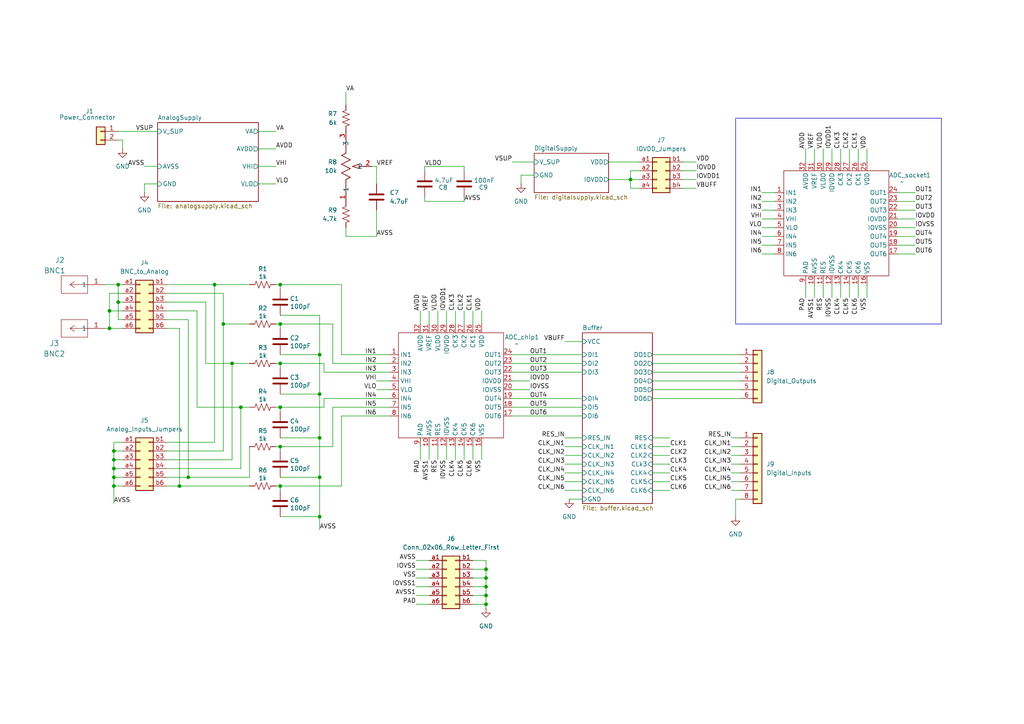
<source format=kicad_sch>
(kicad_sch (version 20231120) (generator "eeschema") (generator_version "8.0")
  (paper "A4")
  (lib_symbols
    (symbol "Connector_Generic:Conn_01x02" (pin_names (offset 1.016) hide)
      (property "Reference" "J" (at 0 2.54 0))
      (property "Value" "Conn_01x02" (at 0 -5.08 0))
      (symbol "Conn_01x02_1_1"
        (rectangle (start -1.27 -2.413) (end 0 -2.667) (stroke (width 0.1524)))
        (rectangle (start -1.27 0.127) (end 0 -0.127) (stroke (width 0.1524)))
        (rectangle (start -1.27 1.27) (end 1.27 -3.81) (stroke (width 0.254)) (fill (type background)))
        (pin passive line (at -5.08 0 0) (length 3.81) (name "Pin_1") (number "1"))
        (pin passive line (at -5.08 -2.54 0) (length 3.81) (name "Pin_2") (number "2"))
      )
    )
    (symbol "Connector_Generic:Conn_01x06" (pin_names (offset 1.016) hide)
      (property "Reference" "J" (at 0 7.62 0))
      (property "Value" "Conn_01x06" (at 0 -10.16 0))
      (symbol "Conn_01x06_1_1"
        (rectangle (start -1.27 -7.493) (end 0 -7.747) (stroke (width 0.1524)))
        (rectangle (start -1.27 -4.953) (end 0 -5.207) (stroke (width 0.1524)))
        (rectangle (start -1.27 -2.413) (end 0 -2.667) (stroke (width 0.1524)))
        (rectangle (start -1.27 0.127) (end 0 -0.127) (stroke (width 0.1524)))
        (rectangle (start -1.27 2.667) (end 0 2.413) (stroke (width 0.1524)))
        (rectangle (start -1.27 5.207) (end 0 4.953) (stroke (width 0.1524)))
        (rectangle (start -1.27 6.35) (end 1.27 -8.89) (stroke (width 0.254)) (fill (type background)))
        (pin passive line (at -5.08 5.08 0) (length 3.81) (name "Pin_1") (number "1"))
        (pin passive line (at -5.08 2.54 0) (length 3.81) (name "Pin_2") (number "2"))
        (pin passive line (at -5.08 0 0) (length 3.81) (name "Pin_3") (number "3"))
        (pin passive line (at -5.08 -2.54 0) (length 3.81) (name "Pin_4") (number "4"))
        (pin passive line (at -5.08 -5.08 0) (length 3.81) (name "Pin_5") (number "5"))
        (pin passive line (at -5.08 -7.62 0) (length 3.81) (name "Pin_6") (number "6"))
      )
    )
    (symbol "Connector_Generic:Conn_01x08" (pin_names (offset 1.016) hide)
      (property "Reference" "J" (at 0 10.16 0))
      (property "Value" "Conn_01x08" (at 0 -12.7 0))
      (symbol "Conn_01x08_1_1"
        (rectangle (start -1.27 -10.033) (end 0 -10.287) (stroke (width 0.1524)))
        (rectangle (start -1.27 -7.493) (end 0 -7.747) (stroke (width 0.1524)))
        (rectangle (start -1.27 -4.953) (end 0 -5.207) (stroke (width 0.1524)))
        (rectangle (start -1.27 -2.413) (end 0 -2.667) (stroke (width 0.1524)))
        (rectangle (start -1.27 0.127) (end 0 -0.127) (stroke (width 0.1524)))
        (rectangle (start -1.27 2.667) (end 0 2.413) (stroke (width 0.1524)))
        (rectangle (start -1.27 5.207) (end 0 4.953) (stroke (width 0.1524)))
        (rectangle (start -1.27 7.747) (end 0 7.493) (stroke (width 0.1524)))
        (rectangle (start -1.27 8.89) (end 1.27 -11.43) (stroke (width 0.254)) (fill (type background)))
        (pin passive line (at -5.08 7.62 0) (length 3.81) (name "Pin_1") (number "1"))
        (pin passive line (at -5.08 5.08 0) (length 3.81) (name "Pin_2") (number "2"))
        (pin passive line (at -5.08 2.54 0) (length 3.81) (name "Pin_3") (number "3"))
        (pin passive line (at -5.08 0 0) (length 3.81) (name "Pin_4") (number "4"))
        (pin passive line (at -5.08 -2.54 0) (length 3.81) (name "Pin_5") (number "5"))
        (pin passive line (at -5.08 -5.08 0) (length 3.81) (name "Pin_6") (number "6"))
        (pin passive line (at -5.08 -7.62 0) (length 3.81) (name "Pin_7") (number "7"))
        (pin passive line (at -5.08 -10.16 0) (length 3.81) (name "Pin_8") (number "8"))
      )
    )
    (symbol "Connector_Generic:Conn_02x04_Row_Letter_First" (pin_names (offset 1.016) hide)
      (property "Reference" "J" (at 1.27 5.08 0))
      (property "Value" "Conn_02x04_Row_Letter_First" (at 1.27 -7.62 0))
      (symbol "Conn_02x04_Row_Letter_First_1_1"
        (rectangle (start -1.27 -4.953) (end 0 -5.207) (stroke (width 0.1524)))
        (rectangle (start -1.27 -2.413) (end 0 -2.667) (stroke (width 0.1524)))
        (rectangle (start -1.27 0.127) (end 0 -0.127) (stroke (width 0.1524)))
        (rectangle (start -1.27 2.667) (end 0 2.413) (stroke (width 0.1524)))
        (rectangle (start -1.27 3.81) (end 3.81 -6.35) (stroke (width 0.254)) (fill (type background)))
        (rectangle (start 3.81 -4.953) (end 2.54 -5.207) (stroke (width 0.1524)))
        (rectangle (start 3.81 -2.413) (end 2.54 -2.667) (stroke (width 0.1524)))
        (rectangle (start 3.81 0.127) (end 2.54 -0.127) (stroke (width 0.1524)))
        (rectangle (start 3.81 2.667) (end 2.54 2.413) (stroke (width 0.1524)))
        (pin passive line (at -5.08 2.54 0) (length 3.81) (name "Pin_a1") (number "a1"))
        (pin passive line (at -5.08 0 0) (length 3.81) (name "Pin_a2") (number "a2"))
        (pin passive line (at -5.08 -2.54 0) (length 3.81) (name "Pin_a3") (number "a3"))
        (pin passive line (at -5.08 -5.08 0) (length 3.81) (name "Pin_a4") (number "a4"))
        (pin passive line (at 7.62 2.54 180) (length 3.81) (name "Pin_b1") (number "b1"))
        (pin passive line (at 7.62 0 180) (length 3.81) (name "Pin_b2") (number "b2"))
        (pin passive line (at 7.62 -2.54 180) (length 3.81) (name "Pin_b3") (number "b3"))
        (pin passive line (at 7.62 -5.08 180) (length 3.81) (name "Pin_b4") (number "b4"))
      )
    )
    (symbol "Connector_Generic:Conn_02x06_Row_Letter_First" (pin_names (offset 1.016) hide)
      (property "Reference" "J" (at 1.27 7.62 0))
      (property "Value" "Conn_02x06_Row_Letter_First" (at 1.27 -10.16 0))
      (symbol "Conn_02x06_Row_Letter_First_1_1"
        (rectangle (start -1.27 -7.493) (end 0 -7.747) (stroke (width 0.1524)))
        (rectangle (start -1.27 -4.953) (end 0 -5.207) (stroke (width 0.1524)))
        (rectangle (start -1.27 -2.413) (end 0 -2.667) (stroke (width 0.1524)))
        (rectangle (start -1.27 0.127) (end 0 -0.127) (stroke (width 0.1524)))
        (rectangle (start -1.27 2.667) (end 0 2.413) (stroke (width 0.1524)))
        (rectangle (start -1.27 5.207) (end 0 4.953) (stroke (width 0.1524)))
        (rectangle (start -1.27 6.35) (end 3.81 -8.89) (stroke (width 0.254)) (fill (type background)))
        (rectangle (start 3.81 -7.493) (end 2.54 -7.747) (stroke (width 0.1524)))
        (rectangle (start 3.81 -4.953) (end 2.54 -5.207) (stroke (width 0.1524)))
        (rectangle (start 3.81 -2.413) (end 2.54 -2.667) (stroke (width 0.1524)))
        (rectangle (start 3.81 0.127) (end 2.54 -0.127) (stroke (width 0.1524)))
        (rectangle (start 3.81 2.667) (end 2.54 2.413) (stroke (width 0.1524)))
        (rectangle (start 3.81 5.207) (end 2.54 4.953) (stroke (width 0.1524)))
        (pin passive line (at -5.08 5.08 0) (length 3.81) (name "Pin_a1") (number "a1"))
        (pin passive line (at -5.08 2.54 0) (length 3.81) (name "Pin_a2") (number "a2"))
        (pin passive line (at -5.08 0 0) (length 3.81) (name "Pin_a3") (number "a3"))
        (pin passive line (at -5.08 -2.54 0) (length 3.81) (name "Pin_a4") (number "a4"))
        (pin passive line (at -5.08 -5.08 0) (length 3.81) (name "Pin_a5") (number "a5"))
        (pin passive line (at -5.08 -7.62 0) (length 3.81) (name "Pin_a6") (number "a6"))
        (pin passive line (at 7.62 5.08 180) (length 3.81) (name "Pin_b1") (number "b1"))
        (pin passive line (at 7.62 2.54 180) (length 3.81) (name "Pin_b2") (number "b2"))
        (pin passive line (at 7.62 0 180) (length 3.81) (name "Pin_b3") (number "b3"))
        (pin passive line (at 7.62 -2.54 180) (length 3.81) (name "Pin_b4") (number "b4"))
        (pin passive line (at 7.62 -5.08 180) (length 3.81) (name "Pin_b5") (number "b5"))
        (pin passive line (at 7.62 -7.62 180) (length 3.81) (name "Pin_b6") (number "b6"))
      )
    )
    (symbol "Device:C" (pin_numbers hide) (pin_names (offset 0.254))
      (property "Reference" "C" (at 0.635 2.54 0))
      (property "Value" "C" (at 0.635 -2.54 0))
      (symbol "C_0_1"
        (polyline (pts (xy -2.032 -0.762) (xy 2.032 -0.762)) (stroke (width 0.508)))
        (polyline (pts (xy -2.032 0.762) (xy 2.032 0.762)) (stroke (width 0.508)))
      )
      (symbol "C_1_1"
        (pin passive line (at 0 3.81 270) (length 2.794) (name "~") (number "1"))
        (pin passive line (at 0 -3.81 90) (length 2.794) (name "~") (number "2"))
      )
    )
    (symbol "Device:R_US" (pin_numbers hide) (pin_names (offset 0))
      (property "Reference" "R" (at 2.54 0 90))
      (property "Value" "R_US" (at -2.54 0 90))
      (symbol "R_US_0_1"
        (polyline (pts (xy 0 -2.286) (xy 0 -2.54)))
        (polyline (pts (xy 0 2.286) (xy 0 2.54)))
        (polyline (pts (xy 0 -0.762) (xy 1.016 -1.143) (xy 0 -1.524) (xy -1.016 -1.905) (xy 0 -2.286)))
        (polyline (pts (xy 0 0.762) (xy 1.016 0.381) (xy 0 0) (xy -1.016 -0.381) (xy 0 -0.762)))
        (polyline (pts (xy 0 2.286) (xy 1.016 1.905) (xy 0 1.524) (xy -1.016 1.143) (xy 0 0.762)))
      )
      (symbol "R_US_1_1"
        (pin passive line (at 0 3.81 270) (length 1.27) (name "~") (number "1"))
        (pin passive line (at 0 -3.81 90) (length 1.27) (name "~") (number "2"))
      )
    )
    (symbol "bnc_mini:1274571-1" (pin_names (offset 0.254))
      (property "Reference" "J" (at 8.89 6.35 0))
      (property "Value" "1274571-1" (at 0 0 0))
      (symbol "1274571-1_1_1"
        (polyline (pts (xy 5.08 -2.54) (xy 12.7 -2.54)) (stroke (width 0.127)))
        (polyline (pts (xy 5.08 2.54) (xy 5.08 -2.54)) (stroke (width 0.127)))
        (polyline (pts (xy 10.16 0) (xy 5.08 0)) (stroke (width 0.127)))
        (polyline (pts (xy 10.16 0) (xy 8.89 -0.8467)) (stroke (width 0.127)))
        (polyline (pts (xy 10.16 0) (xy 8.89 0.8467)) (stroke (width 0.127)))
        (polyline (pts (xy 12.7 -2.54) (xy 12.7 2.54)) (stroke (width 0.127)))
        (polyline (pts (xy 12.7 2.54) (xy 5.08 2.54)) (stroke (width 0.127)))
        (pin unspecified line (at 0 0 0) (length 5.08) (name "1") (number "1"))
      )
    )
    (symbol "chip:Chip"
      (property "Reference" "Chip" (at 0 0 0))
      (symbol "Chip_0_1"
        (rectangle (start -15.24 15.24) (end 15.24 -15.24))
      )
      (symbol "Chip_1_1"
        (pin input line (at -17.78 8.89 0) (length 2.54) (name "IN1") (number "1"))
        (pin input line (at -6.35 -17.78 90) (length 2.54) (name "AVSS") (number "10"))
        (pin input line (at -3.81 -17.78 90) (length 2.54) (name "RES") (number "11"))
        (pin input line (at -1.27 -17.78 90) (length 2.54) (name "IOVSS") (number "12"))
        (pin input line (at 1.27 -17.78 90) (length 2.54) (name "CK4") (number "13"))
        (pin input line (at 3.81 -17.78 90) (length 2.54) (name "CK5") (number "14"))
        (pin input line (at 6.35 -17.78 90) (length 2.54) (name "CK6") (number "15"))
        (pin input line (at 8.89 -17.78 90) (length 2.54) (name "VSS") (number "16"))
        (pin output line (at 17.78 -8.89 180) (length 2.54) (name "OUT6") (number "17"))
        (pin output line (at 17.78 -6.35 180) (length 2.54) (name "OUT5") (number "18"))
        (pin output line (at 17.78 -3.81 180) (length 2.54) (name "OUT4") (number "19"))
        (pin input line (at -17.78 6.35 0) (length 2.54) (name "IN2") (number "2"))
        (pin input line (at 17.78 -1.27 180) (length 2.54) (name "IOVSS") (number "20"))
        (pin input line (at 17.78 1.27 180) (length 2.54) (name "IOVDD") (number "21"))
        (pin output line (at 17.78 3.81 180) (length 2.54) (name "OUT3") (number "22"))
        (pin output line (at 17.78 6.35 180) (length 2.54) (name "OUT2") (number "23"))
        (pin output line (at 17.78 8.89 180) (length 2.54) (name "OUT1") (number "24"))
        (pin input line (at 8.89 17.78 270) (length 2.54) (name "VDD") (number "25"))
        (pin input line (at 6.35 17.78 270) (length 2.54) (name "CK1") (number "26"))
        (pin input line (at 3.81 17.78 270) (length 2.54) (name "CK2") (number "27"))
        (pin input line (at 1.27 17.78 270) (length 2.54) (name "CK3") (number "28"))
        (pin input line (at -1.27 17.78 270) (length 2.54) (name "IOVDD") (number "29"))
        (pin input line (at -17.78 3.81 0) (length 2.54) (name "IN3") (number "3"))
        (pin output line (at -3.81 17.78 270) (length 2.54) (name "VLDO") (number "30"))
        (pin input line (at -6.35 17.78 270) (length 2.54) (name "VREF") (number "31"))
        (pin input line (at -8.89 17.78 270) (length 2.54) (name "AVDD") (number "32"))
        (pin input line (at -17.78 1.27 0) (length 2.54) (name "VHI") (number "4"))
        (pin input line (at -17.78 -1.27 0) (length 2.54) (name "VLO") (number "5"))
        (pin input line (at -17.78 -3.81 0) (length 2.54) (name "IN4") (number "6"))
        (pin input line (at -17.78 -6.35 0) (length 2.54) (name "IN5") (number "7"))
        (pin input line (at -17.78 -8.89 0) (length 2.54) (name "IN6") (number "8"))
        (pin unspecified line (at -8.89 -17.78 90) (length 2.54) (name "PAD") (number "9"))
      )
    )
    (symbol "pot10turn:PV37W103C01B00" (pin_names (offset 0.254))
      (property "Reference" "R" (at 10.795 -3.175 0))
      (property "Value" "PV37W103C01B00" (at 10.795 -6.35 0))
      (symbol "PV37W103C01B00_1_1"
        (polyline (pts (xy 2.54 0) (xy 6.35 0)) (stroke (width 0.2032)))
        (polyline (pts (xy 6.35 0) (xy 6.985 1.27)) (stroke (width 0.2032)))
        (polyline (pts (xy 6.985 1.27) (xy 8.255 -1.27)) (stroke (width 0.2032)))
        (polyline (pts (xy 8.255 -1.27) (xy 9.525 1.27)) (stroke (width 0.2032)))
        (polyline (pts (xy 9.525 1.27) (xy 10.795 -1.27)) (stroke (width 0.2032)))
        (polyline (pts (xy 9.525 3.81) (xy 10.16 1.905)) (stroke (width 0.2032)))
        (polyline (pts (xy 9.525 3.81) (xy 10.795 3.81)) (stroke (width 0.2032)))
        (polyline (pts (xy 10.16 3.81) (xy 10.16 5.08)) (stroke (width 0.2032)))
        (polyline (pts (xy 10.795 -1.27) (xy 12.065 1.27)) (stroke (width 0.2032)))
        (polyline (pts (xy 10.795 3.81) (xy 10.16 1.905)) (stroke (width 0.2032)))
        (polyline (pts (xy 12.065 1.27) (xy 13.335 -1.27)) (stroke (width 0.2032)))
        (polyline (pts (xy 13.335 -1.27) (xy 13.97 0)) (stroke (width 0.2032)))
        (polyline (pts (xy 13.97 0) (xy 17.78 0)) (stroke (width 0.2032)))
        (pin unspecified line (at 0 0 0) (length 2.54) (name "1") (number "1"))
        (pin unspecified line (at 10.16 7.62 270) (length 2.54) (name "2") (number "2"))
        (pin unspecified line (at 20.32 0 180) (length 2.54) (name "3") (number "3"))
      )
      (symbol "PV37W103C01B00_1_2"
        (polyline (pts (xy -3.81 -10.795) (xy -3.81 -9.525)) (stroke (width 0.2032)))
        (polyline (pts (xy -3.81 -10.795) (xy -1.905 -10.16)) (stroke (width 0.2032)))
        (polyline (pts (xy -3.81 -10.16) (xy -5.08 -10.16)) (stroke (width 0.2032)))
        (polyline (pts (xy -3.81 -9.525) (xy -1.905 -10.16)) (stroke (width 0.2032)))
        (polyline (pts (xy -1.27 -13.335) (xy 1.27 -12.065)) (stroke (width 0.2032)))
        (polyline (pts (xy -1.27 -10.795) (xy 1.27 -9.525)) (stroke (width 0.2032)))
        (polyline (pts (xy -1.27 -8.255) (xy 1.27 -6.985)) (stroke (width 0.2032)))
        (polyline (pts (xy 0 -17.78) (xy 0 -13.97)) (stroke (width 0.2032)))
        (polyline (pts (xy 0 -13.97) (xy -1.27 -13.335)) (stroke (width 0.2032)))
        (polyline (pts (xy 0 -6.35) (xy 0 -2.54)) (stroke (width 0.2032)))
        (polyline (pts (xy 1.27 -12.065) (xy -1.27 -10.795)) (stroke (width 0.2032)))
        (polyline (pts (xy 1.27 -9.525) (xy -1.27 -8.255)) (stroke (width 0.2032)))
        (polyline (pts (xy 1.27 -6.985) (xy 0 -6.35)) (stroke (width 0.2032)))
        (pin unspecified line (at 0 0 270) (length 2.54) (name "1") (number "1"))
        (pin unspecified line (at -7.62 -10.16 0) (length 2.54) (name "2") (number "2"))
        (pin unspecified line (at 0 -20.32 90) (length 2.54) (name "3") (number "3"))
      )
    )
    (symbol "power:GND" (power) (pin_numbers hide) (pin_names (offset 0) hide)
      (property "Value" "GND" (at 0 -3.81 0))
      (symbol "GND_0_1"
        (polyline (pts (xy 0 0) (xy 0 -1.27) (xy 1.27 -1.27) (xy 0 -2.54) (xy -1.27 -1.27) (xy 0 -1.27)))
      )
      (symbol "GND_1_1"
        (pin power_in line (at 0 0 270) (length 0) (name "~") (number "1"))
      )
    )
  )
  (junction (at 81.28 93.98))
  (junction (at 81.28 129.54))
  (junction (at 52.07 140.97))
  (junction (at 92.71 127))
  (junction (at 33.02 133.35))
  (junction (at 92.71 138.43))
  (junction (at 140.97 170.18))
  (junction (at 81.28 140.97))
  (junction (at 62.23 82.55))
  (junction (at 34.29 82.55))
  (junction (at 33.02 135.89))
  (junction (at 81.28 82.55))
  (junction (at 140.97 175.26))
  (junction (at 182.88 52.07))
  (junction (at 140.97 165.1))
  (junction (at 31.75 90.17))
  (junction (at 92.71 114.3))
  (junction (at 69.85 118.11))
  (junction (at 31.75 95.25))
  (junction (at 92.71 102.87))
  (junction (at 33.02 130.81))
  (junction (at 92.71 149.86))
  (junction (at 34.29 87.63))
  (junction (at 33.02 138.43))
  (junction (at 67.31 105.41))
  (junction (at 81.28 105.41))
  (junction (at 140.97 167.64))
  (junction (at 33.02 140.97))
  (junction (at 81.28 118.11))
  (junction (at 64.77 93.98))
  (junction (at 54.61 138.43))
  (junction (at 140.97 172.72))
  (wire (pts (xy 127 129.54) (xy 127 133.35)))
  (wire (pts (xy 189.23 113.03) (xy 214.63 113.03)))
  (wire (pts (xy 72.39 93.98) (xy 64.77 93.98)))
  (wire (pts (xy 72.39 129.54) (xy 72.39 138.43)))
  (wire (pts (xy 251.46 82.55) (xy 251.46 86.36)))
  (wire (pts (xy 92.71 127) (xy 92.71 138.43)))
  (wire (pts (xy 212.09 127) (xy 214.63 127)))
  (wire (pts (xy 189.23 102.87) (xy 214.63 102.87)))
  (wire (pts (xy 80.01 129.54) (xy 81.28 129.54)))
  (wire (pts (xy 113.03 115.57) (xy 93.98 115.57)))
  (wire (pts (xy 134.62 129.54) (xy 134.62 133.35)))
  (wire (pts (xy 109.22 68.58) (xy 109.22 60.96)))
  (wire (pts (xy 246.38 82.55) (xy 246.38 86.36)))
  (wire (pts (xy 81.28 82.55) (xy 99.06 82.55)))
  (wire (pts (xy 194.31 137.16) (xy 189.23 137.16)))
  (wire (pts (xy 134.62 48.26) (xy 134.62 49.53)))
  (wire (pts (xy 260.35 60.96) (xy 265.43 60.96)))
  (wire (pts (xy 99.06 120.65) (xy 113.03 120.65)))
  (wire (pts (xy 74.93 53.34) (xy 80.01 53.34)))
  (wire (pts (xy 148.59 102.87) (xy 168.91 102.87)))
  (wire (pts (xy 120.65 172.72) (xy 124.46 172.72)))
  (wire (pts (xy 139.7 90.17) (xy 139.7 93.98)))
  (wire (pts (xy 41.91 48.26) (xy 45.72 48.26)))
  (wire (pts (xy 137.16 165.1) (xy 140.97 165.1)))
  (wire (pts (xy 163.83 127) (xy 168.91 127)))
  (wire (pts (xy 52.07 95.25) (xy 52.07 140.97)))
  (wire (pts (xy 134.62 90.17) (xy 134.62 93.98)))
  (wire (pts (xy 148.59 115.57) (xy 168.91 115.57)))
  (wire (pts (xy 80.01 82.55) (xy 81.28 82.55)))
  (wire (pts (xy 140.97 175.26) (xy 140.97 176.53)))
  (wire (pts (xy 80.01 105.41) (xy 81.28 105.41)))
  (wire (pts (xy 121.92 90.17) (xy 121.92 93.98)))
  (wire (pts (xy 137.16 172.72) (xy 140.97 172.72)))
  (wire (pts (xy 93.98 107.95) (xy 93.98 105.41)))
  (wire (pts (xy 81.28 93.98) (xy 96.52 93.98)))
  (wire (pts (xy 72.39 82.55) (xy 62.23 82.55)))
  (wire (pts (xy 220.98 63.5) (xy 224.79 63.5)))
  (wire (pts (xy 151.13 50.8) (xy 151.13 53.34)))
  (wire (pts (xy 80.01 93.98) (xy 81.28 93.98)))
  (wire (pts (xy 33.02 140.97) (xy 33.02 146.05)))
  (wire (pts (xy 74.93 43.18) (xy 80.01 43.18)))
  (wire (pts (xy 72.39 118.11) (xy 69.85 118.11)))
  (wire (pts (xy 31.75 95.25) (xy 35.56 95.25)))
  (wire (pts (xy 33.02 128.27) (xy 33.02 130.81)))
  (wire (pts (xy 35.56 40.64) (xy 35.56 43.18)))
  (wire (pts (xy 212.09 142.24) (xy 214.63 142.24)))
  (wire (pts (xy 100.33 26.67) (xy 100.33 30.48)))
  (wire (pts (xy 33.02 138.43) (xy 35.56 138.43)))
  (wire (pts (xy 96.52 118.11) (xy 96.52 129.54)))
  (wire (pts (xy 260.35 71.12) (xy 265.43 71.12)))
  (wire (pts (xy 121.92 129.54) (xy 121.92 133.35)))
  (wire (pts (xy 182.88 49.53) (xy 185.42 49.53)))
  (wire (pts (xy 124.46 129.54) (xy 124.46 133.35)))
  (wire (pts (xy 64.77 85.09) (xy 64.77 93.98)))
  (wire (pts (xy 48.26 90.17) (xy 57.15 90.17)))
  (wire (pts (xy 69.85 135.89) (xy 48.26 135.89)))
  (wire (pts (xy 220.98 68.58) (xy 224.79 68.58)))
  (wire (pts (xy 81.28 93.98) (xy 81.28 95.25)))
  (wire (pts (xy 137.16 90.17) (xy 137.16 93.98)))
  (wire (pts (xy 109.22 110.49) (xy 113.03 110.49)))
  (wire (pts (xy 30.48 95.25) (xy 31.75 95.25)))
  (wire (pts (xy 30.48 82.55) (xy 34.29 82.55)))
  (wire (pts (xy 243.84 82.55) (xy 243.84 86.36)))
  (wire (pts (xy 182.88 49.53) (xy 182.88 52.07)))
  (wire (pts (xy 137.16 129.54) (xy 137.16 133.35)))
  (wire (pts (xy 81.28 102.87) (xy 92.71 102.87)))
  (wire (pts (xy 48.26 95.25) (xy 52.07 95.25)))
  (wire (pts (xy 137.16 170.18) (xy 140.97 170.18)))
  (wire (pts (xy 109.22 113.03) (xy 113.03 113.03)))
  (wire (pts (xy 74.93 38.1) (xy 80.01 38.1)))
  (wire (pts (xy 81.28 149.86) (xy 92.71 149.86)))
  (wire (pts (xy 109.22 53.34) (xy 109.22 48.26)))
  (wire (pts (xy 163.83 132.08) (xy 168.91 132.08)))
  (wire (pts (xy 148.59 120.65) (xy 168.91 120.65)))
  (wire (pts (xy 154.94 50.8) (xy 151.13 50.8)))
  (wire (pts (xy 92.71 138.43) (xy 92.71 149.86)))
  (wire (pts (xy 260.35 73.66) (xy 265.43 73.66)))
  (wire (pts (xy 34.29 92.71) (xy 34.29 87.63)))
  (wire (pts (xy 35.56 85.09) (xy 31.75 85.09)))
  (wire (pts (xy 33.02 130.81) (xy 35.56 130.81)))
  (wire (pts (xy 148.59 118.11) (xy 168.91 118.11)))
  (wire (pts (xy 148.59 110.49) (xy 153.67 110.49)))
  (wire (pts (xy 45.72 53.34) (xy 41.91 53.34)))
  (wire (pts (xy 74.93 48.26) (xy 80.01 48.26)))
  (wire (pts (xy 99.06 102.87) (xy 113.03 102.87)))
  (wire (pts (xy 137.16 167.64) (xy 140.97 167.64)))
  (wire (pts (xy 59.69 87.63) (xy 59.69 105.41)))
  (wire (pts (xy 34.29 40.64) (xy 35.56 40.64)))
  (wire (pts (xy 120.65 167.64) (xy 124.46 167.64)))
  (wire (pts (xy 120.65 165.1) (xy 124.46 165.1)))
  (wire (pts (xy 241.3 82.55) (xy 241.3 86.36)))
  (wire (pts (xy 127 90.17) (xy 127 93.98)))
  (wire (pts (xy 189.23 107.95) (xy 214.63 107.95)))
  (wire (pts (xy 33.02 133.35) (xy 35.56 133.35)))
  (wire (pts (xy 260.35 63.5) (xy 265.43 63.5)))
  (wire (pts (xy 236.22 43.18) (xy 236.22 46.99)))
  (wire (pts (xy 148.59 107.95) (xy 168.91 107.95)))
  (wire (pts (xy 81.28 127) (xy 92.71 127)))
  (wire (pts (xy 163.83 142.24) (xy 168.91 142.24)))
  (wire (pts (xy 31.75 90.17) (xy 35.56 90.17)))
  (wire (pts (xy 248.92 43.18) (xy 248.92 46.99)))
  (wire (pts (xy 93.98 105.41) (xy 81.28 105.41)))
  (wire (pts (xy 57.15 90.17) (xy 57.15 118.11)))
  (wire (pts (xy 34.29 87.63) (xy 34.29 82.55)))
  (wire (pts (xy 148.59 46.99) (xy 154.94 46.99)))
  (wire (pts (xy 81.28 82.55) (xy 81.28 83.82)))
  (wire (pts (xy 212.09 134.62) (xy 214.63 134.62)))
  (wire (pts (xy 194.31 139.7) (xy 189.23 139.7)))
  (wire (pts (xy 31.75 90.17) (xy 31.75 95.25)))
  (wire (pts (xy 233.68 43.18) (xy 233.68 46.99)))
  (wire (pts (xy 189.23 105.41) (xy 214.63 105.41)))
  (wire (pts (xy 72.39 105.41) (xy 67.31 105.41)))
  (wire (pts (xy 212.09 129.54) (xy 214.63 129.54)))
  (wire (pts (xy 35.56 87.63) (xy 34.29 87.63)))
  (wire (pts (xy 120.65 162.56) (xy 124.46 162.56)))
  (wire (pts (xy 212.09 137.16) (xy 214.63 137.16)))
  (wire (pts (xy 81.28 129.54) (xy 81.28 130.81)))
  (wire (pts (xy 120.65 175.26) (xy 124.46 175.26)))
  (wire (pts (xy 148.59 105.41) (xy 168.91 105.41)))
  (wire (pts (xy 59.69 105.41) (xy 67.31 105.41)))
  (wire (pts (xy 99.06 120.65) (xy 99.06 140.97)))
  (wire (pts (xy 92.71 91.44) (xy 92.71 102.87)))
  (wire (pts (xy 251.46 43.18) (xy 251.46 46.99)))
  (wire (pts (xy 182.88 52.07) (xy 182.88 54.61)))
  (wire (pts (xy 220.98 58.42) (xy 224.79 58.42)))
  (wire (pts (xy 212.09 132.08) (xy 214.63 132.08)))
  (wire (pts (xy 260.35 68.58) (xy 265.43 68.58)))
  (wire (pts (xy 194.31 132.08) (xy 189.23 132.08)))
  (wire (pts (xy 96.52 105.41) (xy 96.52 93.98)))
  (wire (pts (xy 137.16 175.26) (xy 140.97 175.26)))
  (wire (pts (xy 185.42 52.07) (xy 182.88 52.07)))
  (wire (pts (xy 35.56 92.71) (xy 34.29 92.71)))
  (wire (pts (xy 54.61 138.43) (xy 48.26 138.43)))
  (wire (pts (xy 33.02 130.81) (xy 33.02 133.35)))
  (wire (pts (xy 220.98 66.04) (xy 224.79 66.04)))
  (wire (pts (xy 198.12 46.99) (xy 201.93 46.99)))
  (wire (pts (xy 41.91 53.34) (xy 41.91 55.88)))
  (wire (pts (xy 120.65 170.18) (xy 124.46 170.18)))
  (wire (pts (xy 238.76 43.18) (xy 238.76 46.99)))
  (wire (pts (xy 198.12 54.61) (xy 201.93 54.61)))
  (wire (pts (xy 243.84 43.18) (xy 243.84 46.99)))
  (wire (pts (xy 189.23 127) (xy 194.31 127)))
  (wire (pts (xy 54.61 92.71) (xy 54.61 138.43)))
  (wire (pts (xy 64.77 93.98) (xy 64.77 130.81)))
  (wire (pts (xy 163.83 134.62) (xy 168.91 134.62)))
  (wire (pts (xy 176.53 46.99) (xy 185.42 46.99)))
  (wire (pts (xy 113.03 105.41) (xy 96.52 105.41)))
  (wire (pts (xy 163.83 129.54) (xy 168.91 129.54)))
  (wire (pts (xy 220.98 60.96) (xy 224.79 60.96)))
  (wire (pts (xy 140.97 162.56) (xy 140.97 165.1)))
  (wire (pts (xy 140.97 172.72) (xy 140.97 175.26)))
  (wire (pts (xy 81.28 105.41) (xy 81.28 106.68)))
  (wire (pts (xy 113.03 107.95) (xy 93.98 107.95)))
  (wire (pts (xy 48.26 140.97) (xy 52.07 140.97)))
  (wire (pts (xy 185.42 54.61) (xy 182.88 54.61)))
  (wire (pts (xy 129.54 90.17) (xy 129.54 93.98)))
  (wire (pts (xy 81.28 140.97) (xy 81.28 142.24)))
  (wire (pts (xy 212.09 139.7) (xy 214.63 139.7)))
  (wire (pts (xy 99.06 102.87) (xy 99.06 82.55)))
  (wire (pts (xy 33.02 135.89) (xy 35.56 135.89)))
  (wire (pts (xy 81.28 118.11) (xy 81.28 119.38)))
  (wire (pts (xy 198.12 52.07) (xy 201.93 52.07)))
  (wire (pts (xy 123.19 48.26) (xy 134.62 48.26)))
  (wire (pts (xy 99.06 140.97) (xy 81.28 140.97)))
  (wire (pts (xy 137.16 162.56) (xy 140.97 162.56)))
  (wire (pts (xy 132.08 90.17) (xy 132.08 93.98)))
  (wire (pts (xy 69.85 118.11) (xy 69.85 135.89)))
  (wire (pts (xy 93.98 118.11) (xy 81.28 118.11)))
  (wire (pts (xy 33.02 133.35) (xy 33.02 135.89)))
  (wire (pts (xy 134.62 58.42) (xy 134.62 57.15)))
  (wire (pts (xy 48.26 85.09) (xy 64.77 85.09)))
  (wire (pts (xy 176.53 52.07) (xy 182.88 52.07)))
  (wire (pts (xy 62.23 82.55) (xy 62.23 128.27)))
  (wire (pts (xy 241.3 43.18) (xy 241.3 46.99)))
  (wire (pts (xy 233.68 82.55) (xy 233.68 86.36)))
  (wire (pts (xy 48.26 92.71) (xy 54.61 92.71)))
  (wire (pts (xy 129.54 129.54) (xy 129.54 133.35)))
  (wire (pts (xy 81.28 114.3) (xy 92.71 114.3)))
  (wire (pts (xy 67.31 133.35) (xy 48.26 133.35)))
  (wire (pts (xy 33.02 140.97) (xy 35.56 140.97)))
  (wire (pts (xy 109.22 48.26) (xy 107.95 48.26)))
  (wire (pts (xy 153.67 113.03) (xy 148.59 113.03)))
  (wire (pts (xy 93.98 115.57) (xy 93.98 118.11)))
  (wire (pts (xy 124.46 90.17) (xy 124.46 93.98)))
  (wire (pts (xy 80.01 140.97) (xy 81.28 140.97)))
  (wire (pts (xy 260.35 58.42) (xy 265.43 58.42)))
  (wire (pts (xy 123.19 58.42) (xy 123.19 57.15)))
  (wire (pts (xy 163.83 137.16) (xy 168.91 137.16)))
  (wire (pts (xy 140.97 170.18) (xy 140.97 172.72)))
  (wire (pts (xy 139.7 129.54) (xy 139.7 133.35)))
  (wire (pts (xy 246.38 43.18) (xy 246.38 46.99)))
  (wire (pts (xy 92.71 149.86) (xy 92.71 153.67)))
  (wire (pts (xy 248.92 82.55) (xy 248.92 86.36)))
  (wire (pts (xy 62.23 128.27) (xy 48.26 128.27)))
  (wire (pts (xy 96.52 129.54) (xy 81.28 129.54)))
  (wire (pts (xy 81.28 138.43) (xy 92.71 138.43)))
  (wire (pts (xy 48.26 87.63) (xy 59.69 87.63)))
  (wire (pts (xy 189.23 110.49) (xy 214.63 110.49)))
  (wire (pts (xy 33.02 138.43) (xy 33.02 140.97)))
  (wire (pts (xy 123.19 48.26) (xy 123.19 49.53)))
  (wire (pts (xy 260.35 55.88) (xy 265.43 55.88)))
  (wire (pts (xy 213.36 144.78) (xy 214.63 144.78)))
  (wire (pts (xy 194.31 134.62) (xy 189.23 134.62)))
  (wire (pts (xy 194.31 129.54) (xy 189.23 129.54)))
  (wire (pts (xy 113.03 118.11) (xy 96.52 118.11)))
  (wire (pts (xy 220.98 55.88) (xy 224.79 55.88)))
  (wire (pts (xy 48.26 130.81) (xy 64.77 130.81)))
  (wire (pts (xy 35.56 128.27) (xy 33.02 128.27)))
  (wire (pts (xy 33.02 135.89) (xy 33.02 138.43)))
  (wire (pts (xy 220.98 71.12) (xy 224.79 71.12)))
  (wire (pts (xy 48.26 82.55) (xy 62.23 82.55)))
  (wire (pts (xy 57.15 118.11) (xy 69.85 118.11)))
  (wire (pts (xy 165.1 144.78) (xy 168.91 144.78)))
  (wire (pts (xy 72.39 138.43) (xy 54.61 138.43)))
  (wire (pts (xy 189.23 115.57) (xy 214.63 115.57)))
  (wire (pts (xy 67.31 105.41) (xy 67.31 133.35)))
  (wire (pts (xy 140.97 165.1) (xy 140.97 167.64)))
  (wire (pts (xy 236.22 82.55) (xy 236.22 86.36)))
  (wire (pts (xy 140.97 167.64) (xy 140.97 170.18)))
  (wire (pts (xy 163.83 99.06) (xy 168.91 99.06)))
  (wire (pts (xy 265.43 66.04) (xy 260.35 66.04)))
  (wire (pts (xy 220.98 73.66) (xy 224.79 73.66)))
  (wire (pts (xy 238.76 82.55) (xy 238.76 86.36)))
  (wire (pts (xy 100.33 68.58) (xy 100.33 66.04)))
  (wire (pts (xy 163.83 139.7) (xy 168.91 139.7)))
  (wire (pts (xy 92.71 102.87) (xy 92.71 114.3)))
  (wire (pts (xy 34.29 38.1) (xy 45.72 38.1)))
  (wire (pts (xy 31.75 85.09) (xy 31.75 90.17)))
  (wire (pts (xy 132.08 129.54) (xy 132.08 133.35)))
  (wire (pts (xy 100.33 68.58) (xy 109.22 68.58)))
  (wire (pts (xy 194.31 142.24) (xy 189.23 142.24)))
  (wire (pts (xy 213.36 149.86) (xy 213.36 144.78)))
  (wire (pts (xy 80.01 118.11) (xy 81.28 118.11)))
  (wire (pts (xy 34.29 82.55) (xy 35.56 82.55)))
  (wire (pts (xy 52.07 140.97) (xy 72.39 140.97)))
  (wire (pts (xy 81.28 91.44) (xy 92.71 91.44)))
  (wire (pts (xy 198.12 49.53) (xy 201.93 49.53)))
  (wire (pts (xy 92.71 114.3) (xy 92.71 127)))
  (wire (pts (xy 123.19 58.42) (xy 134.62 58.42)))
  (rectangle (start 213.36 34.29) (end 273.05 93.98))
  (label "CLK1" (at 248.92 43.18 90))
  (label "IN4" (at 109.22 115.57 180))
  (label "AVSS" (at 120.65 162.56 180))
  (label "VDD" (at 251.46 43.18 90))
  (label "AVSS" (at 92.71 153.67 0))
  (label "VBUFF" (at 201.93 54.61 0))
  (label "VLDO" (at 127 90.17 90))
  (label "IOVSS1" (at 120.65 170.18 180))
  (label "OUT1" (at 153.67 102.87 0))
  (label "VDD" (at 139.7 90.17 90))
  (label "AVDD" (at 121.92 90.17 90))
  (label "AVDD" (at 80.01 43.18 0))
  (label "IN2" (at 109.22 105.41 180))
  (label "IOVDD" (at 201.93 49.53 0))
  (label "VREF" (at 109.22 48.26 0))
  (label "AVSS1" (at 124.46 133.35 270))
  (label "VSS" (at 139.7 133.35 270))
  (label "AVSS" (at 41.91 48.26 180))
  (label "VSS" (at 120.65 167.64 180))
  (label "CLK_IN4" (at 163.83 137.16 180))
  (label "AVSS" (at 33.02 146.05 0))
  (label "CLK4" (at 132.08 133.35 270))
  (label "VSUP" (at 148.59 46.99 180))
  (label "CLK1" (at 194.31 129.54 0))
  (label "OUT6" (at 153.67 120.65 0))
  (label "OUT2" (at 265.43 58.42 0))
  (label "CLK_IN2" (at 212.09 132.08 180))
  (label "IN5" (at 109.22 118.11 180))
  (label "PAD" (at 121.92 133.35 270))
  (label "IN2" (at 220.98 58.42 180))
  (label "VDD" (at 201.93 46.99 0))
  (label "OUT4" (at 153.67 115.57 0))
  (label "VSUP" (at 39.37 38.1 0))
  (label "VREF" (at 124.46 90.17 90))
  (label "CLK_IN5" (at 212.09 139.7 180))
  (label "AVSS" (at 134.62 58.42 0))
  (label "CLK5" (at 134.62 133.35 270))
  (label "VBUFF" (at 163.83 99.06 180))
  (label "IN6" (at 109.22 120.65 180))
  (label "VLDO" (at 238.76 43.18 90))
  (label "OUT2" (at 153.67 105.41 0))
  (label "VHI" (at 80.01 48.26 0))
  (label "CLK5" (at 246.38 86.36 270))
  (label "CLK_IN1" (at 212.09 129.54 180))
  (label "VLO" (at 109.22 113.03 180))
  (label "OUT6" (at 265.43 73.66 0))
  (label "CLK4" (at 243.84 86.36 270))
  (label "OUT4" (at 265.43 68.58 0))
  (label "CLK_IN3" (at 212.09 134.62 180))
  (label "VLO" (at 80.01 53.34 0))
  (label "CLK5" (at 194.31 139.7 0))
  (label "IOVDD1" (at 129.54 90.17 90))
  (label "RES" (at 127 133.35 270))
  (label "PAD" (at 233.68 86.36 270))
  (label "VREF" (at 236.22 43.18 90))
  (label "CLK_IN4" (at 212.09 137.16 180))
  (label "RES" (at 238.76 86.36 270))
  (label "CLK2" (at 194.31 132.08 0))
  (label "CLK_IN5" (at 163.83 139.7 180))
  (label "CLK3" (at 243.84 43.18 90))
  (label "AVSS" (at 109.22 68.58 0))
  (label "IN6" (at 220.98 73.66 180))
  (label "CLK_IN1" (at 163.83 129.54 180))
  (label "IN1" (at 109.22 102.87 180))
  (label "CLK1" (at 137.16 90.17 90))
  (label "IOVSS" (at 265.43 66.04 0))
  (label "VHI" (at 109.22 110.49 180))
  (label "VSS" (at 251.46 86.36 270))
  (label "CLK_IN6" (at 163.83 142.24 180))
  (label "IN3" (at 220.98 60.96 180))
  (label "CLK2" (at 246.38 43.18 90))
  (label "IOVSS" (at 153.67 113.03 0))
  (label "CLK6" (at 194.31 142.24 0))
  (label "IOVSS" (at 129.54 133.35 270))
  (label "PAD" (at 120.65 175.26 180))
  (label "AVSS1" (at 120.65 172.72 180))
  (label "OUT3" (at 153.67 107.95 0))
  (label "IOVSS" (at 120.65 165.1 180))
  (label "VA" (at 100.33 26.67 0))
  (label "OUT3" (at 265.43 60.96 0))
  (label "CLK3" (at 194.31 134.62 0))
  (label "CLK_IN2" (at 163.83 132.08 180))
  (label "CLK3" (at 132.08 90.17 90))
  (label "OUT5" (at 265.43 71.12 0))
  (label "RES_IN" (at 212.09 127 180))
  (label "IOVDD" (at 153.67 110.49 0))
  (label "CLK_IN6" (at 212.09 142.24 180))
  (label "OUT1" (at 265.43 55.88 0))
  (label "IOVDD" (at 265.43 63.5 0))
  (label "IOVSS" (at 241.3 86.36 270))
  (label "CLK2" (at 134.62 90.17 90))
  (label "CLK4" (at 194.31 137.16 0))
  (label "VLDO" (at 123.19 48.26 0))
  (label "IN1" (at 220.98 55.88 180))
  (label "IN4" (at 220.98 68.58 180))
  (label "AVSS1" (at 236.22 86.36 270))
  (label "VA" (at 80.01 38.1 0))
  (label "IN5" (at 220.98 71.12 180))
  (label "IN3" (at 109.22 107.95 180))
  (label "CLK_IN3" (at 163.83 134.62 180))
  (label "RES_IN" (at 163.83 127 180))
  (label "VHI" (at 220.98 63.5 180))
  (label "CLK6" (at 137.16 133.35 270))
  (label "AVDD" (at 233.68 43.18 90))
  (label "CLK6" (at 248.92 86.36 270))
  (label "OUT5" (at 153.67 118.11 0))
  (label "VLO" (at 220.98 66.04 180))
  (label "IOVDD1" (at 241.3 43.18 90))
  (label "IOVDD1" (at 201.93 52.07 0))
  (symbol (lib_id "Connector_Generic:Conn_01x06") (at 219.71 107.95 0) (unit 1)
    (property "Reference" "J8" (at 222.25 107.9499 0) (effects (justify left)))
    (property "Value" "Digital_Outputs" (at 222.25 110.4899 0) (effects (justify left)))
    (property "Footprint" "Connector_PinHeader_2.54mm:PinHeader_1x06_P2.54mm_Vertical" (effects (hide yes)))
    (property "Description" "Generic connector, single row, 01x06, script generated (kicad-library-utils/schlib/autogen/connector/)" (effects (hide yes)))
  )
  (symbol (lib_id "Device:R_US") (at 76.2 140.97 90) (unit 1)
    (property "Reference" "R6" (at 76.2 136.398 90))
    (property "Value" "1k" (at 76.2 138.684 90))
    (property "Footprint" "Resistor_SMD:R_0201_0603Metric" (effects (hide yes)))
    (property "Description" "Resistor, US symbol" (effects (hide yes)))
  )
  (symbol (lib_id "bnc_mini:1274571-1") (at 30.48 95.25 0) (mirror y) (unit 1)
    (property "Reference" "J3" (at 15.748 99.568 0) (effects (font (size 1.524 1.524))))
    (property "Value" "BNC2" (at 15.748 102.616 0) (effects (font (size 1.524 1.524))))
    (property "Footprint" "bnc_miniFootprints:CONN_1274571-1_TYCO" (effects (hide yes)))
    (property "Datasheet" "1274571-1" (effects (hide yes)))
  )
  (symbol (lib_id "bnc_mini:1274571-1") (at 30.48 82.55 0) (mirror y) (unit 1)
    (property "Reference" "J2" (at 18.796 75.438 0) (effects (font (size 1.524 1.524)) (justify left)))
    (property "Value" "BNC1" (at 19.05 78.486 0) (effects (font (size 1.524 1.524)) (justify left)))
    (property "Footprint" "bnc_miniFootprints:CONN_1274571-1_TYCO" (effects (hide yes)))
    (property "Datasheet" "1274571-1" (effects (hide yes)))
  )
  (symbol (lib_id "Device:R_US") (at 76.2 118.11 90) (unit 1)
    (property "Reference" "R4" (at 76.2 113.538 90))
    (property "Value" "1k" (at 76.2 115.824 90))
    (property "Footprint" "Resistor_SMD:R_0201_0603Metric" (effects (hide yes)))
    (property "Description" "Resistor, US symbol" (effects (hide yes)))
  )
  (symbol (lib_id "power:GND") (at 41.91 55.88 0) (unit 1)
    (property "Reference" "#PWR02" (effects (hide yes)))
    (property "Value" "GND" (at 41.91 60.96 0))
    (property "Description" "Power symbol creates a global label with name \"GND\" , ground" (effects (hide yes)))
  )
  (symbol (lib_id "Device:C") (at 81.28 123.19 0) (unit 1)
    (property "Reference" "C4" (at 84.074 122.174 0) (effects (justify left)))
    (property "Value" "100pF" (at 84.074 124.46 0) (effects (justify left)))
    (property "Footprint" "Capacitor_SMD:C_0201_0603Metric" (effects (hide yes)))
    (property "Description" "Unpolarized capacitor" (effects (hide yes)))
  )
  (symbol (lib_id "power:GND") (at 151.13 53.34 0) (unit 1)
    (property "Reference" "#PWR04" (effects (hide yes)))
    (property "Value" "GND" (at 151.13 58.42 0))
    (property "Description" "Power symbol creates a global label with name \"GND\" , ground" (effects (hide yes)))
  )
  (symbol (lib_id "Connector_Generic:Conn_02x06_Row_Letter_First") (at 40.64 87.63 0) (unit 1)
    (property "Reference" "J4" (at 41.91 76.2 0))
    (property "Value" "BNC_to_Analog" (at 41.91 78.74 0))
    (property "Footprint" "Connector_PinHeader_2.54mm:PinHeader_2x06_P2.54mm_Vertical" (effects (hide yes)))
    (property "Description" "Generic connector, double row, 02x06, row letter first pin numbering scheme (pin number consists of a letter for the row and a number for the pin index in this row. a1, ..., aN; b1, ..., bN), script generated (kicad-library-utils/schlib/autogen/connector/)" (effects (hide yes)))
  )
  (symbol (lib_id "power:GND") (at 213.36 149.86 0) (unit 1)
    (property "Reference" "#PWR06" (effects (hide yes)))
    (property "Value" "GND" (at 213.36 154.94 0))
    (property "Description" "Power symbol creates a global label with name \"GND\" , ground" (effects (hide yes)))
  )
  (symbol (lib_id "Device:C") (at 81.28 99.06 0) (unit 1)
    (property "Reference" "C2" (at 84.074 98.044 0) (effects (justify left)))
    (property "Value" "100pF" (at 84.074 100.33 0) (effects (justify left)))
    (property "Footprint" "Capacitor_SMD:C_0201_0603Metric" (effects (hide yes)))
    (property "Description" "Unpolarized capacitor" (effects (hide yes)))
  )
  (symbol (lib_id "Device:C") (at 134.62 53.34 0) (unit 1)
    (property "Reference" "C9" (at 140.208 54.356 0))
    (property "Value" "100nF" (at 140.462 52.324 0))
    (property "Footprint" "Capacitor_SMD:C_0201_0603Metric" (effects (hide yes)))
    (property "Description" "Unpolarized capacitor" (effects (hide yes)))
  )
  (symbol (lib_id "Connector_Generic:Conn_01x08") (at 219.71 134.62 0) (unit 1)
    (property "Reference" "J9" (at 222.25 134.6199 0) (effects (justify left)))
    (property "Value" "Digital_Inputs" (at 222.25 137.1599 0) (effects (justify left)))
    (property "Footprint" "Connector_PinHeader_2.54mm:PinHeader_1x08_P2.54mm_Vertical" (effects (hide yes)))
    (property "Description" "Generic connector, single row, 01x08, script generated (kicad-library-utils/schlib/autogen/connector/)" (effects (hide yes)))
  )
  (symbol (lib_id "chip:Chip") (at 242.57 64.77 0) (unit 1)
    (property "Reference" "ADC_socket1" (at 263.906 50.8 0))
    (property "Value" "~" (at 261.62 52.7365 0))
    (property "Footprint" "Package_DIP:DIP-32_W15.24mm_Socket" (effects (hide yes)))
  )
  (symbol (lib_id "Device:R_US") (at 76.2 93.98 90) (unit 1)
    (property "Reference" "R2" (at 76.2 89.408 90))
    (property "Value" "1k" (at 76.2 91.694 90))
    (property "Footprint" "Resistor_SMD:R_0201_0603Metric" (effects (hide yes)))
    (property "Description" "Resistor, US symbol" (effects (hide yes)))
  )
  (symbol (lib_id "Device:C") (at 81.28 87.63 0) (unit 1)
    (property "Reference" "C1" (at 84.074 86.614 0) (effects (justify left)))
    (property "Value" "100pF" (at 84.074 88.9 0) (effects (justify left)))
    (property "Footprint" "Capacitor_SMD:C_0201_0603Metric" (effects (hide yes)))
    (property "Description" "Unpolarized capacitor" (effects (hide yes)))
  )
  (symbol (lib_id "Device:C") (at 123.19 53.34 0) (unit 1)
    (property "Reference" "C8" (at 128.524 54.356 0))
    (property "Value" "4.7uF" (at 128.778 52.324 0))
    (property "Footprint" "Capacitor_SMD:C_0201_0603Metric" (effects (hide yes)))
    (property "Description" "Unpolarized capacitor" (effects (hide yes)))
  )
  (symbol (lib_id "power:GND") (at 165.1 144.78 0) (unit 1)
    (property "Reference" "#PWR05" (effects (hide yes)))
    (property "Value" "GND" (at 165.1 149.86 0))
    (property "Description" "Power symbol creates a global label with name \"GND\" , ground" (effects (hide yes)))
  )
  (symbol (lib_id "Device:C") (at 81.28 146.05 0) (unit 1)
    (property "Reference" "C6" (at 84.074 145.034 0) (effects (justify left)))
    (property "Value" "100pF" (at 84.074 147.32 0) (effects (justify left)))
    (property "Footprint" "Capacitor_SMD:C_0201_0603Metric" (effects (hide yes)))
    (property "Description" "Unpolarized capacitor" (effects (hide yes)))
  )
  (symbol (lib_id "Device:R_US") (at 100.33 62.23 0) (mirror y) (unit 1)
    (property "Reference" "R9" (at 97.79 60.9599 0) (effects (justify left)))
    (property "Value" "4.7k" (at 97.79 63.4999 0) (effects (justify left)))
    (property "Footprint" "Resistor_SMD:R_0201_0603Metric" (effects (hide yes)))
    (property "Description" "Resistor, US symbol" (effects (hide yes)))
  )
  (symbol (lib_id "Device:C") (at 81.28 110.49 0) (unit 1)
    (property "Reference" "C3" (at 84.074 109.474 0) (effects (justify left)))
    (property "Value" "100pF" (at 84.074 111.76 0) (effects (justify left)))
    (property "Footprint" "Capacitor_SMD:C_0201_0603Metric" (effects (hide yes)))
    (property "Description" "Unpolarized capacitor" (effects (hide yes)))
  )
  (symbol (lib_id "chip:Chip") (at 130.81 111.76 0) (unit 1)
    (property "Reference" "ADC_chip1" (at 151.384 97.79 0))
    (property "Value" "~" (at 149.86 99.7265 0))
  )
  (symbol (lib_id "Device:R_US") (at 76.2 105.41 90) (unit 1)
    (property "Reference" "R3" (at 76.2 100.838 90))
    (property "Value" "1k" (at 76.2 103.124 90))
    (property "Footprint" "Resistor_SMD:R_0201_0603Metric" (effects (hide yes)))
    (property "Description" "Resistor, US symbol" (effects (hide yes)))
  )
  (symbol (lib_id "Device:C") (at 109.22 57.15 0) (unit 1)
    (property "Reference" "C7" (at 113.03 55.8799 0) (effects (justify left)))
    (property "Value" "4.7uF" (at 113.03 58.4199 0) (effects (justify left)))
    (property "Footprint" "Capacitor_SMD:C_0201_0603Metric" (effects (hide yes)))
    (property "Description" "Unpolarized capacitor" (effects (hide yes)))
  )
  (symbol (lib_id "pot10turn:PV37W103C01B00") (at 100.33 58.42 270) (mirror x) (unit 1)
    (property "Reference" "R8" (at 97.79 46.9899 90) (effects (justify right)))
    (property "Value" "10k" (at 97.79 49.5299 90) (effects (justify right)))
    (property "Footprint" "potentiometer_10turn:potentiometer_10turn" (effects (hide yes)))
    (property "Datasheet" "PV37W103C01B00" (effects (hide yes)))
  )
  (symbol (lib_id "power:GND") (at 35.56 43.18 0) (unit 1)
    (property "Reference" "#PWR01" (effects (hide yes)))
    (property "Value" "GND" (at 35.56 48.26 0))
    (property "Description" "Power symbol creates a global label with name \"GND\" , ground" (effects (hide yes)))
  )
  (symbol (lib_id "Connector_Generic:Conn_02x04_Row_Letter_First") (at 190.5 49.53 0) (unit 1)
    (property "Reference" "J7" (at 191.77 40.64 0))
    (property "Value" "IOVDD_Jumpers" (at 191.77 43.18 0))
    (property "Footprint" "Connector_PinHeader_2.54mm:PinHeader_2x04_P2.54mm_Vertical" (effects (hide yes)))
    (property "Description" "Generic connector, double row, 02x04, row letter first pin numbering scheme (pin number consists of a letter for the row and a number for the pin index in this row. a1, ..., aN; b1, ..., bN), script generated (kicad-library-utils/schlib/autogen/connector/)" (effects (hide yes)))
  )
  (symbol (lib_id "Device:R_US") (at 76.2 82.55 90) (unit 1)
    (property "Reference" "R1" (at 76.2 77.978 90))
    (property "Value" "1k" (at 76.2 80.264 90))
    (property "Footprint" "Resistor_SMD:R_0201_0603Metric" (effects (hide yes)))
    (property "Description" "Resistor, US symbol" (effects (hide yes)))
  )
  (symbol (lib_id "Device:R_US") (at 100.33 34.29 0) (mirror y) (unit 1)
    (property "Reference" "R7" (at 97.79 33.0199 0) (effects (justify left)))
    (property "Value" "6k" (at 97.79 35.5599 0) (effects (justify left)))
    (property "Footprint" "Resistor_SMD:R_0201_0603Metric" (effects (hide yes)))
    (property "Description" "Resistor, US symbol" (effects (hide yes)))
  )
  (symbol (lib_id "Device:R_US") (at 76.2 129.54 90) (unit 1)
    (property "Reference" "R5" (at 76.2 124.968 90))
    (property "Value" "1k" (at 76.2 127.254 90))
    (property "Footprint" "Resistor_SMD:R_0201_0603Metric" (effects (hide yes)))
    (property "Description" "Resistor, US symbol" (effects (hide yes)))
  )
  (symbol (lib_id "Device:C") (at 81.28 134.62 0) (unit 1)
    (property "Reference" "C5" (at 84.074 133.604 0) (effects (justify left)))
    (property "Value" "100pF" (at 84.074 135.89 0) (effects (justify left)))
    (property "Footprint" "Capacitor_SMD:C_0201_0603Metric" (effects (hide yes)))
    (property "Description" "Unpolarized capacitor" (effects (hide yes)))
  )
  (symbol (lib_id "Connector_Generic:Conn_02x06_Row_Letter_First") (at 129.54 167.64 0) (unit 1)
    (property "Reference" "J6" (at 130.81 156.21 0))
    (property "Value" "Conn_02x06_Row_Letter_First" (at 130.81 158.75 0))
    (property "Footprint" "Connector_PinHeader_2.54mm:PinHeader_2x06_P2.54mm_Vertical" (effects (hide yes)))
    (property "Description" "Generic connector, double row, 02x06, row letter first pin numbering scheme (pin number consists of a letter for the row and a number for the pin index in this row. a1, ..., aN; b1, ..., bN), script generated (kicad-library-utils/schlib/autogen/connector/)" (effects (hide yes)))
  )
  (symbol (lib_id "Connector_Generic:Conn_02x06_Row_Letter_First") (at 40.64 133.35 0) (unit 1)
    (property "Reference" "J5" (at 41.91 121.92 0))
    (property "Value" "Analog_Inputs_Jumpers" (at 41.91 124.46 0))
    (property "Footprint" "Connector_PinHeader_2.54mm:PinHeader_2x06_P2.54mm_Vertical" (effects (hide yes)))
    (property "Description" "Generic connector, double row, 02x06, row letter first pin numbering scheme (pin number consists of a letter for the row and a number for the pin index in this row. a1, ..., aN; b1, ..., bN), script generated (kicad-library-utils/schlib/autogen/connector/)" (effects (hide yes)))
  )
  (symbol (lib_id "power:GND") (at 140.97 176.53 0) (unit 1)
    (property "Reference" "#PWR03" (effects (hide yes)))
    (property "Value" "GND" (at 140.97 181.61 0))
    (property "Description" "Power symbol creates a global label with name \"GND\" , ground" (effects (hide yes)))
  )
  (symbol (lib_id "Connector_Generic:Conn_01x02") (at 29.21 38.1 0) (mirror y) (unit 1)
    (property "Reference" "J1" (at 27.178 32.258 0) (effects (justify left)))
    (property "Value" "Power_Connector" (at 33.528 34.036 0) (effects (justify left)))
    (property "Footprint" "Connector_PinHeader_2.54mm:PinHeader_1x02_P2.54mm_Vertical" (effects (hide yes)))
    (property "Description" "Generic connector, single row, 01x02, script generated (kicad-library-utils/schlib/autogen/connector/)" (effects (hide yes)))
  )
  (sheet (at 45.72 35.56) (size 29.21 22.86) (stroke (width 0.1524))
    (property "Sheetname" "AnalogSupply" (at 45.72 34.8484 0) (effects (justify left bottom)))
    (property "Sheetfile" "analogsupply.kicad_sch" (at 45.72 59.0046 0) (effects (justify left top)))
    (pin "V_SUP" input (at 45.72 38.1 180))
    (pin "VA" output (at 74.93 38.1 0))
    (pin "GND" input (at 45.72 53.34 180))
    (pin "AVSS" input (at 45.72 48.26 180))
    (pin "AVDD" output (at 74.93 43.18 0))
    (pin "VLO" output (at 74.93 53.34 0))
    (pin "VHI" output (at 74.93 48.26 0))
  )
  (sheet (at 154.94 44.45) (size 21.59 11.43) (stroke (width 0.1524))
    (property "Sheetname" "DigitalSupply" (at 154.94 43.7384 0) (effects (justify left bottom)))
    (property "Sheetfile" "digitalsupply.kicad_sch" (at 154.94 56.4646 0) (effects (justify left top)))
    (pin "VDD" output (at 176.53 46.99 0))
    (pin "IOVDD" output (at 176.53 52.07 0))
    (pin "GND" input (at 154.94 50.8 180))
    (pin "V_SUP" input (at 154.94 46.99 180))
  )
  (sheet (at 168.91 96.52) (size 20.32 49.53) (stroke (width 0.1524))
    (property "Sheetname" "Buffer" (at 168.91 95.8084 0) (effects (justify left bottom)))
    (property "Sheetfile" "buffer.kicad_sch" (at 168.91 146.6346 0) (effects (justify left top)))
    (pin "DI5" input (at 168.91 118.11 180))
    (pin "DI6" input (at 168.91 120.65 180))
    (pin "DI4" input (at 168.91 115.57 180))
    (pin "DI2" input (at 168.91 105.41 180))
    (pin "DI3" input (at 168.91 107.95 180))
    (pin "DI1" input (at 168.91 102.87 180))
    (pin "GND" input (at 168.91 144.78 180))
    (pin "VCC" input (at 168.91 99.06 180))
    (pin "DO1" output (at 189.23 102.87 0))
    (pin "DO4" output (at 189.23 110.49 0))
    (pin "DO2" output (at 189.23 105.41 0))
    (pin "DO3" output (at 189.23 107.95 0))
    (pin "DO5" output (at 189.23 113.03 0))
    (pin "DO6" output (at 189.23 115.57 0))
    (pin "CLK_IN3" input (at 168.91 134.62 180))
    (pin "CLK_IN4" input (at 168.91 137.16 180))
    (pin "CLK_IN5" input (at 168.91 139.7 180))
    (pin "CLK_IN6" input (at 168.91 142.24 180))
    (pin "CLK_IN2" input (at 168.91 132.08 180))
    (pin "CLK_IN1" input (at 168.91 129.54 180))
    (pin "RES_IN" input (at 168.91 127 180))
    (pin "RES" input (at 189.23 127 0))
    (pin "CLK1" input (at 189.23 129.54 0))
    (pin "CLK6" input (at 189.23 142.24 0))
    (pin "CLK2" input (at 189.23 132.08 0))
    (pin "CLk3" input (at 189.23 134.62 0))
    (pin "CLK4" input (at 189.23 137.16 0))
    (pin "CLK5" input (at 189.23 139.7 0))
  )
)
</source>
